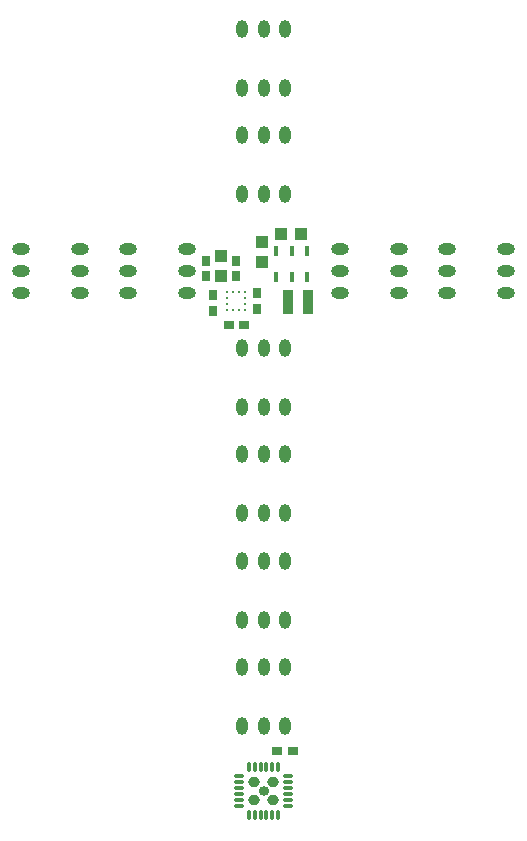
<source format=gtp>
G04 DipTrace 2.4.0.2*
%INcross.gtp*%
%MOMM*%
%ADD19O,0.86X0.85*%
%ADD21O,0.973X0.96*%
%ADD23O,0.28X1.0*%
%ADD24O,1.0X0.28*%
%ADD28R,0.4X0.9*%
%ADD31O,1.0X1.5*%
%ADD32R,1.1X1.0*%
%ADD33R,1.0X1.1*%
%ADD34R,0.85X2.0*%
%ADD36O,1.5X1.0*%
%ADD39R,0.9X0.7*%
%ADD40R,0.7X0.9*%
%ADD41R,0.25X0.275*%
%ADD42R,0.275X0.25*%
%FSLAX53Y53*%
G04*
G71*
G90*
G75*
G01*
%LNTopPaste*%
%LPD*%
D19*
X31997Y16978D3*
D21*
X31223Y16240D3*
X32787Y16230D3*
X31233Y17774D3*
X32790Y17783D3*
D23*
X30750Y14950D3*
X31250D3*
X31750D3*
X32250D3*
X32750D3*
X33250D3*
D24*
X34050Y15750D3*
Y16250D3*
Y16750D3*
Y17250D3*
Y17750D3*
Y18250D3*
D23*
X33250Y19050D3*
X32750D3*
X32250D3*
X31750D3*
X31250D3*
X30750D3*
D24*
X29950Y18250D3*
Y17750D3*
Y17250D3*
Y16750D3*
Y16250D3*
Y15750D3*
D28*
X35682Y62688D3*
X34382D3*
X33082D3*
Y60488D3*
X34382D3*
X35682D3*
D31*
X30150Y22500D3*
X32000D3*
X33850D3*
Y27500D3*
X32000D3*
X30150D3*
D32*
X35212Y64123D3*
X33512D3*
D33*
X31900Y61798D3*
Y63498D3*
D34*
X35737Y58430D3*
X34037D3*
D31*
X30150Y31500D3*
X32000D3*
X33850D3*
Y36500D3*
X32000D3*
X30150D3*
Y40500D3*
X32000D3*
X33850D3*
Y45500D3*
X32000D3*
X30150D3*
Y49500D3*
X32000D3*
X33850D3*
Y54500D3*
X32000D3*
X30150D3*
D36*
X25500Y59150D3*
Y61000D3*
Y62850D3*
X20500D3*
Y61000D3*
Y59150D3*
X16500D3*
Y61000D3*
Y62850D3*
X11500D3*
Y61000D3*
Y59150D3*
D31*
X30150Y67500D3*
X32000D3*
X33850D3*
Y72500D3*
X32000D3*
X30150D3*
Y76500D3*
X32000D3*
X33850D3*
Y81500D3*
X32000D3*
X30150D3*
D36*
X38500Y62850D3*
Y61000D3*
Y59150D3*
X43500D3*
Y61000D3*
Y62850D3*
X47500D3*
Y61000D3*
Y59150D3*
X52500D3*
Y61000D3*
Y62850D3*
D39*
X30385Y56475D3*
X29085D3*
D40*
X27739Y57669D3*
Y58969D3*
X31409Y57837D3*
Y59137D3*
X27106Y60558D3*
Y61858D3*
X29645Y60571D3*
Y61871D3*
D33*
X28371Y60612D3*
Y62312D3*
D41*
X28894Y57714D3*
X29394D3*
X29894D3*
X30394D3*
D42*
Y58214D3*
Y58714D3*
D41*
Y59214D3*
X29894D3*
X29394D3*
X28894D3*
D42*
Y58714D3*
Y58214D3*
D39*
X33152Y20381D3*
X34452D3*
M02*

</source>
